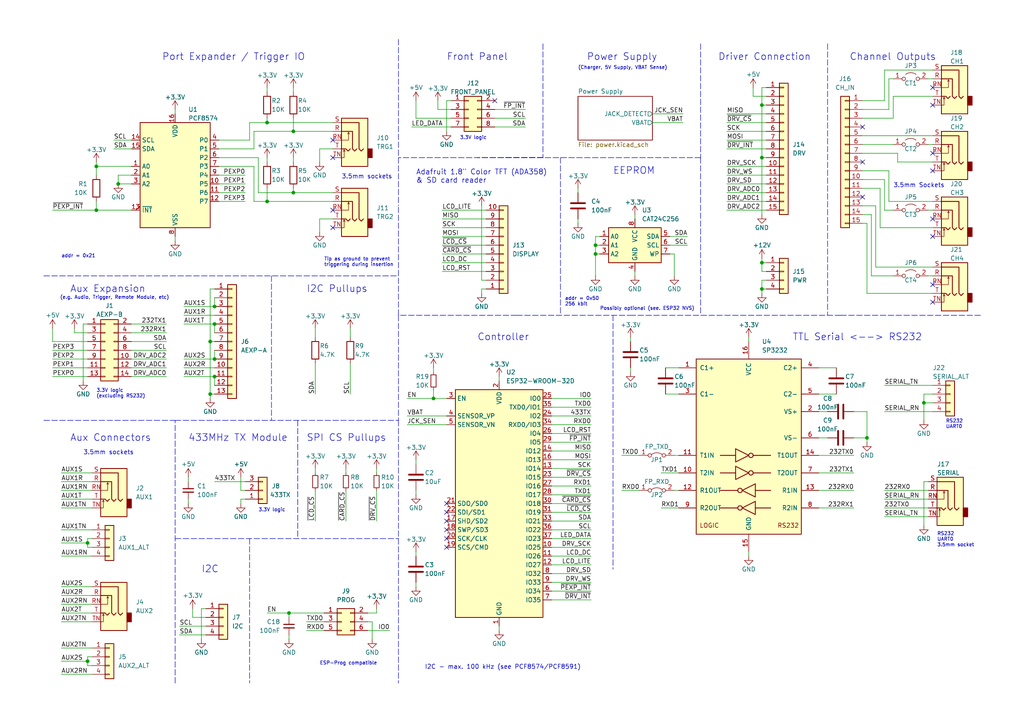
<source format=kicad_sch>
(kicad_sch (version 20211123) (generator eeschema)
  (paper "A4")
  (title_block (title "SW22 - Base Board") (date "2022-12-21") (rev "2") (company "saawsm") (comment 4 "The main board of the SW22."))
  (junction (at 27.94 48.26))
  (junction (at 251.46 127))
  (junction (at 27.94 60.96))
  (junction (at 220.98 83.82))
  (junction (at 62.23 109.22))
  (junction (at 125.73 115.57))
  (junction (at 60.96 114.3))
  (junction (at 62.23 93.98))
  (junction (at 34.29 53.34))
  (junction (at 25.4 157.48))
  (junction (at 83.82 177.8))
  (junction (at 220.98 45.72))
  (junction (at 25.4 191.77))
  (junction (at 77.47 35.56))
  (junction (at 77.47 58.42))
  (junction (at 172.72 71.12))
  (junction (at 62.23 88.9))
  (junction (at 220.98 30.48))
  (junction (at 85.09 38.1))
  (junction (at 267.97 116.84))
  (junction (at 62.23 104.14))
  (junction (at 60.96 99.06))
  (junction (at 220.98 76.2))
  (junction (at 172.72 73.66))
  (junction (at 85.09 55.88))
  (no_connect (at 129.54 158.75))
  (no_connect (at 270.51 25.4))
  (no_connect (at 143.51 29.21))
  (no_connect (at 270.51 87.63))
  (no_connect (at 270.51 49.53))
  (no_connect (at 270.51 63.5))
  (no_connect (at 270.51 44.45))
  (no_connect (at 129.54 146.05))
  (no_connect (at 270.51 68.58))
  (no_connect (at 96.52 45.72))
  (no_connect (at 96.52 40.64))
  (no_connect (at 96.52 60.96))
  (no_connect (at 96.52 66.04))
  (no_connect (at 270.51 30.48))
  (no_connect (at 250.19 57.15))
  (no_connect (at 250.19 36.83))
  (no_connect (at 250.19 46.99))
  (no_connect (at 270.51 82.55))
  (no_connect (at 129.54 156.21))
  (no_connect (at 129.54 153.67))
  (no_connect (at 129.54 151.13))
  (no_connect (at 129.54 148.59))
  (wire (pts (xy 220.98 30.48) (xy 222.25 30.48)))
  (wire (pts (xy 256.54 60.96) (xy 259.08 60.96)))
  (wire (pts (xy 17.78 161.29) (xy 26.67 161.29)))
  (wire (pts (xy 60.96 83.82) (xy 60.96 99.06)))
  (wire (pts (xy 107.95 180.34) (xy 106.68 180.34)))
  (wire (pts (xy 139.7 59.69) (xy 139.7 81.28)))
  (wire (pts (xy 125.73 113.03) (xy 125.73 115.57)))
  (wire (pts (xy 184.15 62.23) (xy 184.15 63.5)))
  (wire (pts (xy 85.09 46.99) (xy 85.09 45.72)))
  (polyline (pts (xy 50.8 121.92) (xy 115.57 121.92)))
  (wire (pts (xy 62.23 86.36) (xy 62.23 88.9)))
  (wire (pts (xy 160.02 123.19) (xy 171.45 123.19)))
  (wire (pts (xy 63.5 55.88) (xy 71.12 55.88)))
  (wire (pts (xy 27.94 48.26) (xy 38.1 48.26)))
  (wire (pts (xy 27.94 48.26) (xy 27.94 46.99)))
  (wire (pts (xy 109.22 176.53) (xy 109.22 177.8)))
  (wire (pts (xy 125.73 106.68) (xy 125.73 107.95)))
  (wire (pts (xy 52.07 184.15) (xy 59.69 184.15)))
  (wire (pts (xy 256.54 144.78) (xy 269.24 144.78)))
  (wire (pts (xy 127 29.21) (xy 127 31.75)))
  (wire (pts (xy 260.35 46.99) (xy 260.35 44.45)))
  (wire (pts (xy 220.98 81.28) (xy 220.98 83.82)))
  (wire (pts (xy 267.97 116.84) (xy 267.97 121.92)))
  (wire (pts (xy 15.24 60.96) (xy 27.94 60.96)))
  (wire (pts (xy 17.78 191.77) (xy 25.4 191.77)))
  (wire (pts (xy 237.49 114.3) (xy 242.57 114.3)))
  (wire (pts (xy 257.81 31.75) (xy 257.81 22.86)))
  (wire (pts (xy 237.49 142.24) (xy 247.65 142.24)))
  (wire (pts (xy 38.1 96.52) (xy 48.26 96.52)))
  (wire (pts (xy 250.19 31.75) (xy 257.81 31.75)))
  (wire (pts (xy 222.25 40.64) (xy 210.82 40.64)))
  (wire (pts (xy 53.34 104.14) (xy 62.23 104.14)))
  (wire (pts (xy 256.54 60.96) (xy 256.54 52.07)))
  (wire (pts (xy 129.54 38.1) (xy 129.54 29.21)))
  (wire (pts (xy 250.19 59.69) (xy 254 59.69)))
  (wire (pts (xy 128.27 73.66) (xy 140.97 73.66)))
  (polyline (pts (xy 157.48 45.72) (xy 138.43 45.72)))
  (wire (pts (xy 195.58 73.66) (xy 195.58 80.01)))
  (wire (pts (xy 62.23 101.6) (xy 62.23 104.14)))
  (wire (pts (xy 267.97 139.7) (xy 269.24 139.7)))
  (wire (pts (xy 26.67 187.96) (xy 17.78 187.96)))
  (wire (pts (xy 267.97 114.3) (xy 267.97 116.84)))
  (wire (pts (xy 220.98 83.82) (xy 220.98 85.09)))
  (wire (pts (xy 194.31 73.66) (xy 195.58 73.66)))
  (wire (pts (xy 267.97 152.4) (xy 267.97 139.7)))
  (wire (pts (xy 252.73 80.01) (xy 259.08 80.01)))
  (wire (pts (xy 26.67 180.34) (xy 17.78 180.34)))
  (wire (pts (xy 182.88 106.68) (xy 182.88 107.95)))
  (wire (pts (xy 129.54 123.19) (xy 118.11 123.19)))
  (wire (pts (xy 25.4 156.21) (xy 26.67 156.21)))
  (wire (pts (xy 265.43 228.6) (xy 265.43 227.33)))
  (wire (pts (xy 85.09 34.29) (xy 85.09 38.1)))
  (wire (pts (xy 15.24 106.68) (xy 25.4 106.68)))
  (wire (pts (xy 72.39 40.64) (xy 72.39 35.56)))
  (wire (pts (xy 160.02 163.83) (xy 171.45 163.83)))
  (wire (pts (xy 17.78 147.32) (xy 26.67 147.32)))
  (wire (pts (xy 93.98 182.88) (xy 88.9 182.88)))
  (wire (pts (xy 172.72 71.12) (xy 172.72 68.58)))
  (wire (pts (xy 15.24 104.14) (xy 25.4 104.14)))
  (polyline (pts (xy 203.2 45.72) (xy 203.2 91.44)))
  (wire (pts (xy 139.7 85.09) (xy 139.7 83.82)))
  (wire (pts (xy 247.65 127) (xy 251.46 127)))
  (wire (pts (xy 92.71 43.18) (xy 92.71 46.99)))
  (wire (pts (xy 172.72 80.01) (xy 172.72 73.66)))
  (polyline (pts (xy 243.84 91.44) (xy 182.88 91.44)))
  (wire (pts (xy 24.13 93.98) (xy 25.4 93.98)))
  (wire (pts (xy 220.98 76.2) (xy 220.98 78.74)))
  (wire (pts (xy 222.25 48.26) (xy 210.82 48.26)))
  (wire (pts (xy 128.27 71.12) (xy 140.97 71.12)))
  (wire (pts (xy 191.77 147.32) (xy 196.85 147.32)))
  (wire (pts (xy 27.94 58.42) (xy 27.94 60.96)))
  (wire (pts (xy 17.78 170.18) (xy 26.67 170.18)))
  (wire (pts (xy 143.51 31.75) (xy 152.4 31.75)))
  (wire (pts (xy 53.34 106.68) (xy 62.23 106.68)))
  (wire (pts (xy 220.98 30.48) (xy 220.98 25.4)))
  (wire (pts (xy 167.64 54.61) (xy 167.64 55.88)))
  (wire (pts (xy 267.97 114.3) (xy 270.51 114.3)))
  (wire (pts (xy 91.44 105.41) (xy 91.44 114.3)))
  (wire (pts (xy 171.45 135.89) (xy 160.02 135.89)))
  (wire (pts (xy 17.78 157.48) (xy 25.4 157.48)))
  (wire (pts (xy 128.27 76.2) (xy 140.97 76.2)))
  (wire (pts (xy 218.44 27.94) (xy 222.25 27.94)))
  (wire (pts (xy 270.51 46.99) (xy 260.35 46.99)))
  (wire (pts (xy 15.24 101.6) (xy 25.4 101.6)))
  (wire (pts (xy 62.23 93.98) (xy 62.23 96.52)))
  (wire (pts (xy 120.65 142.24) (xy 120.65 143.51)))
  (polyline (pts (xy 203.2 12.7) (xy 203.2 45.72)))
  (wire (pts (xy 254 77.47) (xy 270.51 77.47)))
  (wire (pts (xy 222.25 55.88) (xy 210.82 55.88)))
  (wire (pts (xy 83.82 179.07) (xy 83.82 177.8)))
  (wire (pts (xy 63.5 40.64) (xy 72.39 40.64)))
  (wire (pts (xy 17.78 137.16) (xy 26.67 137.16)))
  (wire (pts (xy 62.23 93.98) (xy 53.34 93.98)))
  (wire (pts (xy 171.45 133.35) (xy 160.02 133.35)))
  (wire (pts (xy 250.19 41.91) (xy 259.08 41.91)))
  (wire (pts (xy 220.98 45.72) (xy 220.98 30.48)))
  (wire (pts (xy 48.26 99.06) (xy 38.1 99.06)))
  (wire (pts (xy 96.52 43.18) (xy 92.71 43.18)))
  (wire (pts (xy 15.24 99.06) (xy 25.4 99.06)))
  (polyline (pts (xy 115.57 11.43) (xy 115.57 59.69)))
  (wire (pts (xy 52.07 181.61) (xy 59.69 181.61)))
  (wire (pts (xy 171.45 120.65) (xy 160.02 120.65)))
  (wire (pts (xy 48.26 101.6) (xy 38.1 101.6)))
  (wire (pts (xy 182.88 97.79) (xy 182.88 99.06)))
  (wire (pts (xy 55.88 176.53) (xy 55.88 179.07)))
  (wire (pts (xy 92.71 63.5) (xy 92.71 67.31)))
  (polyline (pts (xy 78.74 80.01) (xy 78.74 121.92)))
  (wire (pts (xy 222.25 58.42) (xy 210.82 58.42)))
  (wire (pts (xy 53.34 88.9) (xy 62.23 88.9)))
  (wire (pts (xy 62.23 109.22) (xy 53.34 109.22)))
  (wire (pts (xy 160.02 115.57) (xy 171.45 115.57)))
  (wire (pts (xy 222.25 38.1) (xy 210.82 38.1)))
  (wire (pts (xy 72.39 35.56) (xy 77.47 35.56)))
  (wire (pts (xy 251.46 119.38) (xy 251.46 127)))
  (wire (pts (xy 62.23 91.44) (xy 53.34 91.44)))
  (wire (pts (xy 172.72 73.66) (xy 172.72 71.12)))
  (wire (pts (xy 270.51 27.94) (xy 259.08 27.94)))
  (wire (pts (xy 21.59 96.52) (xy 25.4 96.52)))
  (wire (pts (xy 160.02 161.29) (xy 171.45 161.29)))
  (wire (pts (xy 26.67 193.04) (xy 25.4 193.04)))
  (wire (pts (xy 257.81 22.86) (xy 259.08 22.86)))
  (wire (pts (xy 60.96 114.3) (xy 62.23 114.3)))
  (wire (pts (xy 269.24 80.01) (xy 270.51 80.01)))
  (polyline (pts (xy 177.8 91.44) (xy 177.8 165.1)))
  (wire (pts (xy 237.49 132.08) (xy 247.65 132.08)))
  (wire (pts (xy 17.78 142.24) (xy 26.67 142.24)))
  (wire (pts (xy 50.8 31.75) (xy 50.8 33.02)))
  (wire (pts (xy 25.4 190.5) (xy 26.67 190.5)))
  (wire (pts (xy 256.54 142.24) (xy 269.24 142.24)))
  (wire (pts (xy 256.54 147.32) (xy 269.24 147.32)))
  (wire (pts (xy 217.17 160.02) (xy 217.17 161.29)))
  (wire (pts (xy 252.73 80.01) (xy 252.73 62.23)))
  (wire (pts (xy 222.25 53.34) (xy 210.82 53.34)))
  (wire (pts (xy 199.39 71.12) (xy 194.31 71.12)))
  (wire (pts (xy 25.4 156.21) (xy 25.4 157.48)))
  (wire (pts (xy 38.1 50.8) (xy 34.29 50.8)))
  (wire (pts (xy 85.09 54.61) (xy 85.09 55.88)))
  (wire (pts (xy 250.19 39.37) (xy 270.51 39.37)))
  (wire (pts (xy 256.54 52.07) (xy 250.19 52.07)))
  (wire (pts (xy 250.19 29.21) (xy 256.54 29.21)))
  (wire (pts (xy 250.19 44.45) (xy 260.35 44.45)))
  (wire (pts (xy 63.5 48.26) (xy 73.66 48.26)))
  (polyline (pts (xy 12.7 80.01) (xy 115.57 80.01)))
  (wire (pts (xy 60.96 114.3) (xy 60.96 115.57)))
  (wire (pts (xy 128.27 60.96) (xy 140.97 60.96)))
  (wire (pts (xy 118.11 115.57) (xy 125.73 115.57)))
  (wire (pts (xy 259.08 34.29) (xy 250.19 34.29)))
  (wire (pts (xy 144.78 109.22) (xy 144.78 110.49)))
  (polyline (pts (xy 149.86 91.44) (xy 182.88 91.44)))
  (wire (pts (xy 160.02 118.11) (xy 171.45 118.11)))
  (wire (pts (xy 91.44 142.24) (xy 91.44 151.13)))
  (wire (pts (xy 256.54 29.21) (xy 256.54 20.32)))
  (wire (pts (xy 17.78 172.72) (xy 26.67 172.72)))
  (wire (pts (xy 17.78 153.67) (xy 26.67 153.67)))
  (wire (pts (xy 62.23 139.7) (xy 71.12 139.7)))
  (wire (pts (xy 101.6 105.41) (xy 101.6 114.3)))
  (wire (pts (xy 237.49 127) (xy 240.03 127)))
  (wire (pts (xy 160.02 130.81) (xy 171.45 130.81)))
  (wire (pts (xy 25.4 158.75) (xy 26.67 158.75)))
  (wire (pts (xy 60.96 99.06) (xy 62.23 99.06)))
  (wire (pts (xy 15.24 95.25) (xy 15.24 99.06)))
  (wire (pts (xy 69.85 142.24) (xy 71.12 142.24)))
  (polyline (pts (xy 157.48 12.7) (xy 157.48 45.72)))
  (wire (pts (xy 63.5 53.34) (xy 71.12 53.34)))
  (wire (pts (xy 74.93 45.72) (xy 74.93 55.88)))
  (wire (pts (xy 218.44 25.4) (xy 218.44 27.94)))
  (wire (pts (xy 106.68 182.88) (xy 113.03 182.88)))
  (wire (pts (xy 26.67 177.8) (xy 17.78 177.8)))
  (wire (pts (xy 254 59.69) (xy 254 77.47)))
  (wire (pts (xy 220.98 78.74) (xy 222.25 78.74)))
  (wire (pts (xy 220.98 76.2) (xy 222.25 76.2)))
  (wire (pts (xy 74.93 55.88) (xy 85.09 55.88)))
  (wire (pts (xy 222.25 81.28) (xy 220.98 81.28)))
  (wire (pts (xy 128.27 66.04) (xy 140.97 66.04)))
  (wire (pts (xy 250.19 54.61) (xy 255.27 54.61)))
  (wire (pts (xy 257.81 58.42) (xy 270.51 58.42)))
  (wire (pts (xy 100.33 142.24) (xy 100.33 151.13)))
  (wire (pts (xy 172.72 71.12) (xy 173.99 71.12)))
  (wire (pts (xy 129.54 120.65) (xy 118.11 120.65)))
  (polyline (pts (xy 115.57 91.44) (xy 115.57 121.92)))
  (wire (pts (xy 251.46 85.09) (xy 270.51 85.09)))
  (wire (pts (xy 160.02 140.97) (xy 171.45 140.97)))
  (wire (pts (xy 27.94 50.8) (xy 27.94 48.26)))
  (wire (pts (xy 160.02 173.99) (xy 171.45 173.99)))
  (wire (pts (xy 256.54 149.86) (xy 269.24 149.86)))
  (wire (pts (xy 193.04 114.3) (xy 196.85 114.3)))
  (wire (pts (xy 93.98 180.34) (xy 88.9 180.34)))
  (wire (pts (xy 139.7 81.28) (xy 140.97 81.28)))
  (wire (pts (xy 128.27 78.74) (xy 140.97 78.74)))
  (wire (pts (xy 189.23 33.02) (xy 198.12 33.02)))
  (wire (pts (xy 109.22 137.16) (xy 109.22 135.89)))
  (wire (pts (xy 265.43 219.71) (xy 265.43 220.98)))
  (wire (pts (xy 25.4 157.48) (xy 25.4 158.75)))
  (wire (pts (xy 73.66 38.1) (xy 85.09 38.1)))
  (polyline (pts (xy 50.8 156.21) (xy 115.57 156.21)))
  (wire (pts (xy 27.94 60.96) (xy 38.1 60.96)))
  (wire (pts (xy 54.61 144.78) (xy 54.61 146.05)))
  (wire (pts (xy 127 31.75) (xy 130.81 31.75)))
  (wire (pts (xy 25.4 191.77) (xy 25.4 193.04)))
  (wire (pts (xy 62.23 109.22) (xy 62.23 111.76)))
  (wire (pts (xy 220.98 25.4) (xy 222.25 25.4)))
  (wire (pts (xy 237.49 106.68) (xy 242.57 106.68)))
  (wire (pts (xy 34.29 50.8) (xy 34.29 53.34)))
  (wire (pts (xy 160.02 146.05) (xy 171.45 146.05)))
  (wire (pts (xy 101.6 97.79) (xy 101.6 95.25)))
  (wire (pts (xy 58.42 176.53) (xy 58.42 185.42)))
  (wire (pts (xy 292.1 228.6) (xy 292.1 227.33)))
  (polyline (pts (xy 203.2 45.72) (xy 157.48 45.72)))
  (wire (pts (xy 237.49 147.32) (xy 247.65 147.32)))
  (wire (pts (xy 128.27 63.5) (xy 140.97 63.5)))
  (wire (pts (xy 255.27 54.61) (xy 255.27 66.04)))
  (wire (pts (xy 125.73 115.57) (xy 129.54 115.57)))
  (wire (pts (xy 38.1 106.68) (xy 48.26 106.68)))
  (wire (pts (xy 69.85 144.78) (xy 71.12 144.78)))
  (wire (pts (xy 171.45 151.13) (xy 160.02 151.13)))
  (wire (pts (xy 85.09 38.1) (xy 96.52 38.1)))
  (wire (pts (xy 128.27 68.58) (xy 140.97 68.58)))
  (wire (pts (xy 96.52 63.5) (xy 92.71 63.5)))
  (wire (pts (xy 60.96 99.06) (xy 60.96 114.3)))
  (wire (pts (xy 109.22 142.24) (xy 109.22 151.13)))
  (wire (pts (xy 34.29 53.34) (xy 38.1 53.34)))
  (wire (pts (xy 292.1 227.33) (xy 287.02 227.33)))
  (wire (pts (xy 259.08 27.94) (xy 259.08 34.29)))
  (wire (pts (xy 199.39 68.58) (xy 194.31 68.58)))
  (polyline (pts (xy 115.57 91.44) (xy 115.57 59.69)))
  (wire (pts (xy 77.47 35.56) (xy 96.52 35.56)))
  (wire (pts (xy 222.25 60.96) (xy 210.82 60.96)))
  (wire (pts (xy 100.33 137.16) (xy 100.33 135.89)))
  (wire (pts (xy 160.02 138.43) (xy 171.45 138.43)))
  (wire (pts (xy 69.85 138.43) (xy 69.85 142.24)))
  (wire (pts (xy 33.02 40.64) (xy 38.1 40.64)))
  (polyline (pts (xy 115.57 121.92) (xy 115.57 198.12)))
  (wire (pts (xy 25.4 190.5) (xy 25.4 191.77)))
  (wire (pts (xy 77.47 34.29) (xy 77.47 35.56)))
  (wire (pts (xy 269.24 60.96) (xy 270.51 60.96)))
  (wire (pts (xy 63.5 50.8) (xy 71.12 50.8)))
  (wire (pts (xy 73.66 38.1) (xy 73.66 43.18)))
  (wire (pts (xy 172.72 73.66) (xy 173.99 73.66)))
  (wire (pts (xy 91.44 97.79) (xy 91.44 95.25)))
  (polyline (pts (xy 162.56 45.72) (xy 162.56 91.44)))
  (wire (pts (xy 26.67 139.7) (xy 17.78 139.7)))
  (polyline (pts (xy 157.48 45.72) (xy 115.57 45.72)))
  (wire (pts (xy 107.95 185.42) (xy 107.95 180.34)))
  (wire (pts (xy 255.27 66.04) (xy 270.51 66.04)))
  (wire (pts (xy 120.65 160.02) (xy 120.65 161.29)))
  (wire (pts (xy 222.25 50.8) (xy 210.82 50.8)))
  (wire (pts (xy 85.09 55.88) (xy 96.52 55.88)))
  (wire (pts (xy 26.67 175.26) (xy 17.78 175.26)))
  (wire (pts (xy 54.61 138.43) (xy 54.61 139.7)))
  (wire (pts (xy 38.1 109.22) (xy 48.26 109.22)))
  (wire (pts (xy 152.4 34.29) (xy 143.51 34.29)))
  (wire (pts (xy 119.38 36.83) (xy 130.81 36.83)))
  (wire (pts (xy 171.45 148.59) (xy 160.02 148.59)))
  (polyline (pts (xy 72.39 156.21) (xy 72.39 198.12)))
  (wire (pts (xy 257.81 49.53) (xy 257.81 58.42)))
  (wire (pts (xy 130.81 29.21) (xy 129.54 29.21)))
  (wire (pts (xy 195.58 142.24) (xy 196.85 142.24)))
  (wire (pts (xy 247.65 119.38) (xy 251.46 119.38)))
  (wire (pts (xy 251.46 128.27) (xy 251.46 127)))
  (wire (pts (xy 160.02 143.51) (xy 171.45 143.51)))
  (wire (pts (xy 63.5 58.42) (xy 71.12 58.42)))
  (wire (pts (xy 120.65 34.29) (xy 130.81 34.29)))
  (polyline (pts (xy 157.48 45.72) (xy 146.05 45.72)))
  (wire (pts (xy 77.47 54.61) (xy 77.47 58.42)))
  (wire (pts (xy 256.54 119.38) (xy 270.51 119.38)))
  (wire (pts (xy 77.47 58.42) (xy 96.52 58.42)))
  (wire (pts (xy 21.59 95.25) (xy 21.59 96.52)))
  (wire (pts (xy 210.82 35.56) (xy 222.25 35.56)))
  (wire (pts (xy 55.88 179.07) (xy 59.69 179.07)))
  (wire (pts (xy 196.85 137.16) (xy 191.77 137.16)))
  (wire (pts (xy 237.49 137.16) (xy 247.65 137.16)))
  (wire (pts (xy 69.85 144.78) (xy 69.85 146.05)))
  (wire (pts (xy 195.58 132.08) (xy 196.85 132.08)))
  (wire (pts (xy 171.45 125.73) (xy 160.02 125.73)))
  (wire (pts (xy 269.24 41.91) (xy 270.51 41.91)))
  (wire (pts (xy 222.25 33.02) (xy 210.82 33.02)))
  (wire (pts (xy 38.1 93.98) (xy 48.26 93.98)))
  (wire (pts (xy 265.43 220.98) (xy 260.35 220.98)))
  (wire (pts (xy 73.66 58.42) (xy 77.47 58.42)))
  (wire (pts (xy 60.96 83.82) (xy 62.23 83.82)))
  (wire (pts (xy 83.82 184.15) (xy 83.82 185.42)))
  (polyline (pts (xy 50.8 198.12) (xy 50.8 121.92)))
  (wire (pts (xy 50.8 68.58) (xy 50.8 69.85)))
  (wire (pts (xy 77.47 25.4) (xy 77.47 26.67)))
  (wire (pts (xy 160.02 128.27) (xy 171.45 128.27)))
  (wire (pts (xy 85.09 25.4) (xy 85.09 26.67)))
  (wire (pts (xy 287.02 220.98) (xy 292.1 220.98)))
  (wire (pts (xy 24.13 93.98) (xy 24.13 110.49)))
  (wire (pts (xy 120.65 168.91) (xy 120.65 170.18)))
  (wire (pts (xy 63.5 43.18) (xy 73.66 43.18)))
  (wire (pts (xy 58.42 176.53) (xy 59.69 176.53)))
  (wire (pts (xy 26.67 144.78) (xy 17.78 144.78)))
  (wire (pts (xy 160.02 168.91) (xy 171.45 168.91)))
  (wire (pts (xy 83.82 177.8) (xy 93.98 177.8)))
  (wire (pts (xy 256.54 111.76) (xy 270.51 111.76)))
  (wire (pts (xy 15.24 109.22) (xy 25.4 109.22)))
  (wire (pts (xy 77.47 45.72) (xy 77.47 46.99)))
  (wire (pts (xy 171.45 156.21) (xy 160.02 156.21)))
  (wire (pts (xy 120.65 29.21) (xy 120.65 34.29)))
  (wire (pts (xy 217.17 97.79) (xy 217.17 99.06)))
  (wire (pts (xy 33.02 43.18) (xy 38.1 43.18)))
  (wire (pts (xy 220.98 74.93) (xy 220.98 76.2)))
  (wire (pts (xy 152.4 36.83) (xy 143.51 36.83)))
  (wire (pts (xy 292.1 220.98) (xy 292.1 219.71)))
  (wire (pts (xy 172.72 68.58) (xy 173.99 68.58)))
  (wire (pts (xy 250.19 49.53) (xy 257.81 49.53)))
  (polyline (pts (xy 12.7 121.92) (xy 50.8 121.92)))
  (wire (pts (xy 237.49 119.38) (xy 240.03 119.38)))
  (wire (pts (xy 91.44 137.16) (xy 91.44 135.89)))
  (wire (pts (xy 160.02 158.75) (xy 171.45 158.75)))
  (polyline (pts (xy 243.84 91.44) (xy 284.48 91.44)))
  (wire (pts (xy 160.02 166.37) (xy 171.45 166.37)))
  (wire (pts (xy 220.98 62.23) (xy 220.98 45.72)))
  (wire (pts (xy 38.1 104.14) (xy 48.26 104.14)))
  (wire (pts (xy 250.19 64.77) (xy 251.46 64.77)))
  (polyline (pts (xy 86.36 121.92) (xy 86.36 156.21)))
  (wire (pts (xy 184.15 78.74) (xy 184.15 80.01)))
  (polyline (pts (xy 149.86 91.44) (xy 115.57 91.44)))
  (wire (pts (xy 139.7 83.82) (xy 140.97 83.82)))
  (wire (pts (xy 193.04 106.68) (xy 196.85 106.68)))
  (wire (pts (xy 106.68 177.8) (xy 109.22 177.8)))
  (wire (pts (xy 63.5 45.72) (xy 74.93 45.72)))
  (wire (pts (xy 171.45 171.45) (xy 160.02 171.45)))
  (polyline (pts (xy 240.03 12.7) (xy 240.03 91.44)))
  (wire (pts (xy 251.46 64.77) (xy 251.46 85.09)))
  (wire (pts (xy 171.45 153.67) (xy 160.02 153.67)))
  (wire (pts (xy 120.65 133.35) (xy 120.65 134.62)))
  (wire (pts (xy 77.47 177.8) (xy 83.82 177.8)))
  (wire (pts (xy 180.34 132.08) (xy 185.42 132.08)))
  (wire (pts (xy 260.35 228.6) (xy 265.43 228.6)))
  (wire (pts (xy 26.67 195.58) (xy 17.78 195.58)))
  (wire (pts (xy 269.24 22.86) (xy 270.51 22.86)))
  (wire (pts (xy 189.23 35.56) (xy 198.12 35.56)))
  (wire (pts (xy 252.73 62.23) (xy 250.19 62.23)))
  (wire (pts (xy 210.82 43.18) (xy 222.25 43.18)))
  (wire (pts (xy 267.97 116.84) (xy 270.51 116.84)))
  (wire (pts (xy 167.64 63.5) (xy 167.64 64.77)))
  (wire (pts (xy 220.98 83.82) (xy 222.25 83.82)))
  (wire (pts (xy 180.34 142.24) (xy 185.42 142.24)))
  (wire (pts (xy 220.98 45.72) (xy 222.25 45.72)))
  (wire (pts (xy 256.54 20.32) (xy 270.51 20.32)))
  (wire (pts (xy 73.66 48.26) (xy 73.66 58.42)))
  (wire (pts (xy 144.78 181.61) (xy 144.78 182.88)))
  (text "EEPROM" (at 177.8 50.8 0) (effects (font (size 2 2)) (justify left bottom)))
  (text "addr = 0x21" (at 17.78 74.93 0) (effects (font (size 1 1)) (justify left bottom)))
  (text "Adafruit 1.8\" Color TFT (ADA358) \n& SD card reader" (at 120.65 53.34 0) (effects (font (size 1.5 1.5)) (justify left bottom)))
  (text "433MHz TX Module" (at 54.61 128.27 0) (effects (font (size 2 2)) (justify left bottom)))
  (text "I2C" (at 58.42 166.37 0) (effects (font (size 2 2)) (justify left bottom)))
  (text "(e.g. Audio, Trigger, Remote Module, etc)" (at 17.387 86.974 0) (effects (font (size 1 1)) (justify left bottom)))
  (text "Aux Connectors" (at 20.32 128.27 0) (effects (font (size 2 2)) (justify left bottom)))
  (text "3.3V logic\n(excluding RS232)" (at 27.94 115.57 0) (effects (font (size 1 1)) (justify left bottom)))
  (text "Tip as ground to prevent\ntriggering during insertion" (at 93.98 77.47 0) (effects (font (size 1 1)) (justify left bottom)))
  (text "3.5mm sockets" (at 24.13 132.08 0) (effects (font (size 1.27 1.27)) (justify left bottom)))
  (text "3.3V logic" (at 133.35 40.64 0) (effects (font (size 1 1)) (justify left bottom)))
  (text "Possibly optional (see. ESP32 NVS)" (at 173.99 90.17 0) (effects (font (size 1 1)) (justify left bottom)))
  (text "Port Expander / Trigger IO" (at 46.99 17.78 0) (effects (font (size 2 2)) (justify left bottom)))
  (text "addr = 0x50\n256 kbit" (at 163.83 88.9 0) (effects (font (size 1 1)) (justify left bottom)))
  (text "I2C Pullups" (at 88.9 85.09 0) (effects (font (size 2 2)) (justify left bottom)))
  (text "(Charger, 5V Supply, VBAT Sense)" (at 167.64 20.32 0) (effects (font (size 1 1)) (justify left bottom)))
  (text "ESP-Prog compatible" (at 92.71 193.04 0) (effects (font (size 1 1)) (justify left bottom)))
  (text "RS232\nUART0\n3.5mm socket" (at 271.78 158.75 0) (effects (font (size 1 1)) (justify left bottom)))
  (text "3.5mm Sockets" (at 259.08 54.61 0) (effects (font (size 1.27 1.27)) (justify left bottom)))
  (text "Power Supply" (at 170.18 17.78 0) (effects (font (size 2 2)) (justify left bottom)))
  (text "Driver Connection" (at 208.28 17.78 0) (effects (font (size 2 2)) (justify left bottom)))
  (text "SPI CS Pullups" (at 88.9 128.27 0) (effects (font (size 2 2)) (justify left bottom)))
  (text "I2C - max. 100 kHz (see PCF8574/PCF8591)" (at 123.19 194.31 0) (effects (font (size 1.27 1.27)) (justify left bottom)))
  (text "3.3V logic" (at 74.93 148.59 0) (effects (font (size 1 1)) (justify left bottom)))
  (text "TTL Serial <--> RS232" (at 229.87 99.06 0) (effects (font (size 2 2)) (justify left bottom)))
  (text "Channel Outputs" (at 246.38 17.78 0) (effects (font (size 2 2)) (justify left bottom)))
  (text "Aux Expansion" (at 20.32 85.09 0) (effects (font (size 2 2)) (justify left bottom)))
  (text "Controller" (at 138.43 99.06 0) (effects (font (size 2 2)) (justify left bottom)))
  (text "3.5mm sockets" (at 99.06 52.07 0) (effects (font (size 1.27 1.27)) (justify left bottom)))
  (text "Front Panel" (at 129.54 17.78 0) (effects (font (size 2 2)) (justify left bottom)))
  (text "RS232\nUART0" (at 274.32 124.46 0) (effects (font (size 1 1)) (justify left bottom)))
  (label "RXD1" (at 191.77 147.32 0))
  (label "SDA" (at 199.39 68.58 180))
  (label "VBAT" (at 118.11 120.65 0))
  (label "PEXP0" (at 15.24 109.22 0))
  (label "AUX1T" (at 17.78 144.78 0))
  (label "SCL" (at 171.45 153.67 180))
  (label "SERIAL_RN" (at 256.54 119.38 0))
  (label "AUX1S" (at 53.34 88.9 0))
  (label "~{DRV_INT}" (at 210.82 43.18 0))
  (label "RXD1" (at 171.45 140.97 180))
  (label "AUX2R" (at 17.78 172.72 0))
  (label "232RX1" (at 247.65 147.32 180))
  (label "~{DRV_CS}" (at 210.82 35.56 0))
  (label "SDA" (at 33.02 43.18 0))
  (label "MOSI" (at 171.45 133.35 180))
  (label "SCL" (at 152.4 34.29 180))
  (label "SCL" (at 52.07 181.61 0))
  (label "AUX2RN" (at 17.78 175.26 0))
  (label "SCL" (at 48.26 101.6 180))
  (label "MOSI" (at 128.27 68.58 0))
  (label "DRV_ADC1" (at 210.82 58.42 0))
  (label "~{LCD_CS}" (at 91.44 151.13 90))
  (label "DRV_ADC2" (at 48.26 104.14 180))
  (label "AUX2S" (at 17.78 170.18 0))
  (label "IO0" (at 171.45 115.57 180))
  (label "DRV_SD" (at 171.45 166.37 180))
  (label "DRV_SD" (at 210.82 53.34 0))
  (label "LED_DATA" (at 171.45 156.21 180))
  (label "SDA" (at 152.4 36.83 180))
  (label "AUX1TN" (at 17.78 147.32 0))
  (label "SCK" (at 128.27 66.04 0))
  (label "JCK_SEN" (at 198.12 33.02 180))
  (label "LCD_RST" (at 171.45 125.73 180))
  (label "DRV_ADC1" (at 48.26 106.68 180))
  (label "232TX1" (at 48.26 93.98 180))
  (label "DRV_ADC0" (at 210.82 55.88 0))
  (label "LED_DATA" (at 119.38 36.83 0))
  (label "PEXP1" (at 71.12 53.34 180))
  (label "SCL" (at 33.02 40.64 0))
  (label "SDA" (at 171.45 151.13 180))
  (label "232RX0" (at 247.65 142.24 180))
  (label "AUX2S" (at 17.78 191.77 0))
  (label "DRV_ADC0" (at 48.26 109.22 180))
  (label "VBAT" (at 198.12 35.56 180))
  (label "~{PEXP_INT}" (at 171.45 171.45 180))
  (label "PEXP0" (at 71.12 50.8 180))
  (label "AUX2TN" (at 17.78 180.34 0))
  (label "MISO" (at 128.27 63.5 0))
  (label "AUX1S" (at 17.78 157.48 0))
  (label "JCK_SEN" (at 118.11 123.19 0))
  (label "AUX2R" (at 53.34 106.68 0))
  (label "DRV_SCK" (at 210.82 48.26 0))
  (label "232RX1" (at 48.26 96.52 180))
  (label "SCL" (at 101.6 114.3 90))
  (label "RXD0" (at 88.9 182.88 0))
  (label "AUX2T" (at 17.78 177.8 0))
  (label "MISO" (at 210.82 33.02 0))
  (label "SDA" (at 52.07 184.15 0))
  (label "MOSI" (at 210.82 40.64 0))
  (label "~{DRV_INT}" (at 171.45 173.99 180))
  (label "IO0" (at 113.03 182.88 180))
  (label "AUX1R" (at 53.34 91.44 0))
  (label "LCD_DC" (at 128.27 76.2 0))
  (label "232TX1" (at 247.65 137.16 180))
  (label "~{FP_INT}" (at 152.4 31.75 180))
  (label "DRV_WS" (at 171.45 168.91 180))
  (label "TXD0" (at 180.34 132.08 0))
  (label "LCD_LITE" (at 128.27 60.96 0))
  (label "AUX1RN" (at 17.78 142.24 0))
  (label "AUX2RN" (at 17.78 195.58 0))
  (label "PEXP2" (at 15.24 104.14 0))
  (label "LCD_DC" (at 171.45 161.29 180))
  (label "PEXP2" (at 71.12 55.88 180))
  (label "232TX0" (at 247.65 132.08 180))
  (label "SERIAL_TN" (at 256.54 111.76 0))
  (label "AUX1T" (at 53.34 93.98 0))
  (label "~{LCD_CS}" (at 128.27 71.12 0))
  (label "433TX" (at 171.45 120.65 180))
  (label "~{LCD_CS}" (at 171.45 148.59 180))
  (label "SDA" (at 48.26 99.06 180))
  (label "PEXP3" (at 71.12 58.42 180))
  (label "TXD1" (at 171.45 143.51 180))
  (label "SERIAL_RN" (at 256.54 144.78 0))
  (label "AUX1S" (at 17.78 137.16 0))
  (label "PEXP1" (at 15.24 106.68 0))
  (label "433TX" (at 62.23 139.7 0))
  (label "RXD0" (at 171.45 123.19 180))
  (label "EN" (at 77.47 177.8 0))
  (label "RXD0" (at 180.34 142.24 0))
  (label "SERIAL_TN" (at 256.54 149.86 0))
  (label "~{PEXP_INT}" (at 15.24 60.96 0))
  (label "TXD0" (at 171.45 118.11 180))
  (label "LCD_RST" (at 128.27 78.74 0))
  (label "PEXP3" (at 15.24 101.6 0))
  (label "TXD0" (at 88.9 180.34 0))
  (label "AUX2S" (at 53.34 104.14 0))
  (label "~{CARD_CS}" (at 128.27 73.66 0))
  (label "AUX1RN" (at 17.78 161.29 0))
  (label "~{FP_INT}" (at 171.45 128.27 180))
  (label "~{CARD_CS}" (at 100.33 151.13 90))
  (label "AUX1TN" (at 17.78 153.67 0))
  (label "SCK" (at 210.82 38.1 0))
  (label "AUX2TN" (at 17.78 187.96 0))
  (label "AUX2T" (at 53.34 109.22 0))
  (label "TXD1" (at 191.77 137.16 0))
  (label "~{DRV_CS}" (at 171.45 138.43 180))
  (label "SDA" (at 91.44 114.3 90))
  (label "DRV_WS" (at 210.82 50.8 0))
  (label "SCK" (at 171.45 135.89 180))
  (label "SCL" (at 199.39 71.12 180))
  (label "~{CARD_CS}" (at 171.45 146.05 180))
  (label "DRV_ADC2" (at 210.82 60.96 0))
  (label "LCD_LITE" (at 171.45 163.83 180))
  (label "AUX1R" (at 17.78 139.7 0))
  (label "DRV_SCK" (at 171.45 158.75 180))
  (label "MISO" (at 171.45 130.81 180))
  (label "EN" (at 118.11 115.57 0))
  (label "232RX0" (at 256.54 142.24 0))
  (label "~{DRV_CS}" (at 109.22 151.13 90))
  (label "232TX0" (at 256.54 147.32 0))
  (symbol (lib_id "power:+3.3V") (at 50.8 31.75 0) (unit 1)
    (property "Reference" "#PWR06" (effects hide))
    (property "Value" "+3.3V" (at 50.8 28.194 0))
  )
  (symbol (lib_id "Device:R") (at 77.47 30.48 180) (unit 1)
    (property "Reference" "R2" (at 78.74 29.21 0) (effects (justify right)))
    (property "Value" "10K" (at 78.74 31.75 0) (effects (justify right)))
    (property "Footprint" "Resistor_SMD:R_0603_1608Metric" (effects hide))
    (property "MOUSER" "603-RC0603FR-0710KL" (effects hide))
    (property "MPN" "RC0603FR-0710KL" (effects hide))
    (property "LCSC" "C98220" (effects hide))
  )
  (symbol (lib_id "Connector_Generic:Conn_01x04") (at 64.77 179.07 0) (unit 1)
    (property "Reference" "J7" (at 67.31 179.0699 0) (effects (justify left)))
    (property "Value" "I2C" (at 67.31 181.6099 0) (effects (justify left)))
    (property "Footprint" "Connector_PinHeader_2.54mm:PinHeader_1x04_P2.54mm_Vertical" (effects hide))
  )
  (symbol (lib_id "Connector:AudioJack3_SwitchTR") (at 275.59 41.91 0) (mirror y) (unit 1)
    (property "Reference" "J19" (at 275.59 34.29 0) (effects (justify right)))
    (property "Value" "CH2" (at 275.59 36.83 0) (effects (justify right)))
    (property "Footprint" "SaawLib:STX-3100-5N" (effects hide))
    (property "MOUSER" "806-STX-3100-5N" (effects hide))
    (property "MPN" "STX-3100-5N" (effects hide))
  )
  (symbol (lib_id "power:GND") (at 167.64 64.77 0) (unit 1)
    (property "Reference" "#PWR040" (effects hide))
    (property "Value" "GND" (at 167.64 68.58 0))
  )
  (symbol (lib_id "Connector:AudioJack3_SwitchTR") (at 275.59 80.01 0) (mirror y) (unit 1)
    (property "Reference" "J21" (at 275.59 72.39 0) (effects (justify right)))
    (property "Value" "CH4" (at 275.59 74.93 0) (effects (justify right)))
    (property "Footprint" "SaawLib:STX-3100-5N" (effects hide))
    (property "MOUSER" "806-STX-3100-5N" (effects hide))
    (property "MPN" "STX-3100-5N" (effects hide))
  )
  (symbol (lib_id "power:+3.3V") (at 182.88 97.79 0) (unit 1)
    (property "Reference" "#PWR042" (effects hide))
    (property "Value" "+3.3V" (at 182.88 94.234 0))
  )
  (symbol (lib_id "Connector_Generic:Conn_01x15") (at 227.33 43.18 0) (unit 1)
    (property "Reference" "J14" (at 229.87 41.9099 0) (effects (justify left)))
    (property "Value" "DRV" (at 229.87 44.4499 0) (effects (justify left)))
    (property "Footprint" "Connector_PinSocket_2.54mm:PinSocket_1x15_P2.54mm_Vertical" (effects hide))
  )
  (symbol (lib_id "power:GND") (at 92.71 67.31 0) (unit 1)
    (property "Reference" "#PWR022" (effects hide))
    (property "Value" "GND" (at 92.71 71.12 0))
  )
  (symbol (lib_id "power:GND") (at 220.98 85.09 0) (mirror y) (unit 1)
    (property "Reference" "#PWR052" (effects hide))
    (property "Value" "GND" (at 220.98 88.9 0))
  )
  (symbol (lib_id "power:GND") (at 58.42 185.42 0) (unit 1)
    (property "Reference" "#PWR012" (effects hide))
    (property "Value" "GND" (at 58.42 189.23 0))
  )
  (symbol (lib_id "power:+3.3V") (at 120.65 133.35 0) (unit 1)
    (property "Reference" "#PWR029" (effects hide))
    (property "Value" "+3.3V" (at 120.65 129.794 0))
  )
  (symbol (lib_id "Connector_Generic:Conn_01x04") (at 275.59 114.3 0) (unit 1)
    (property "Reference" "J22" (at 270.51 106.68 0) (effects (justify left)))
    (property "Value" "SERIAL_ALT" (at 270.51 109.22 0) (effects (justify left)))
    (property "Footprint" "Connector_PinHeader_2.54mm:PinHeader_1x04_P2.54mm_Vertical" (effects hide))
  )
  (symbol (lib_id "power:GND") (at 60.96 115.57 0) (unit 1)
    (property "Reference" "#PWR010" (effects hide))
    (property "Value" "GND" (at 60.96 119.38 0))
  )
  (symbol (lib_id "Connector_Generic:Conn_01x04") (at 31.75 190.5 0) (unit 1)
    (property "Reference" "J5" (at 34.29 190.4999 0) (effects (justify left)))
    (property "Value" "AUX2_ALT" (at 34.29 193.0399 0) (effects (justify left)))
    (property "Footprint" "Connector_PinHeader_2.54mm:PinHeader_1x04_P2.54mm_Vertical" (effects hide))
  )
  (symbol (lib_id "Connector:AudioJack3_SwitchTR") (at 31.75 139.7 0) (mirror y) (unit 1)
    (property "Reference" "J2" (at 39.37 141.6049 0) (effects (justify right)))
    (property "Value" "AUX1" (at 39.37 144.1449 0) (effects (justify right)))
    (property "Footprint" "SaawLib:STX-3100-5N" (effects hide))
    (property "MOUSER" "806-STX-3100-5N" (effects hide))
    (property "MPN" "STX-3100-5N" (effects hide))
  )
  (symbol (lib_id "power:GND") (at 24.13 110.49 0) (unit 1)
    (property "Reference" "#PWR03" (effects hide))
    (property "Value" "GND" (at 24.13 114.3 0))
  )
  (symbol (lib_id "Connector:AudioJack3_SwitchTR") (at 275.59 22.86 0) (mirror y) (unit 1)
    (property "Reference" "J18" (at 275.59 15.24 0) (effects (justify right)))
    (property "Value" "CH1" (at 275.59 17.78 0) (effects (justify right)))
    (property "Footprint" "SaawLib:STX-3100-5N" (effects hide))
    (property "MOUSER" "806-STX-3100-5N" (effects hide))
    (property "MPN" "STX-3100-5N" (effects hide))
  )
  (symbol (lib_id "power:+3.3V") (at 217.17 97.79 0) (unit 1)
    (property "Reference" "#PWR047" (effects hide))
    (property "Value" "+3.3V" (at 217.17 94.234 0))
  )
  (symbol (lib_id "power:GND") (at 120.65 143.51 0) (mirror y) (unit 1)
    (property "Reference" "#PWR030" (effects hide))
    (property "Value" "GND" (at 120.65 147.32 0))
  )
  (symbol (lib_id "power:+3.3V") (at 127 29.21 0) (unit 1)
    (property "Reference" "#PWR033" (effects hide))
    (property "Value" "+3.3V" (at 127 25.654 0))
  )
  (symbol (lib_id "power:+3.3V") (at 184.15 62.23 0) (unit 1)
    (property "Reference" "#PWR044" (effects hide))
    (property "Value" "+3.3V" (at 184.15 58.674 0))
  )
  (symbol (lib_id "power:PWR_FLAG") (at 287.02 220.98 90) (unit 1)
    (property "Reference" "#FLG03" (effects hide))
    (property "Value" "PWR_FLAG" (at 283.21 220.9799 90) (effects (justify left)))
  )
  (symbol (lib_id "Memory_EEPROM:CAT24C256") (at 184.15 71.12 0) (unit 1)
    (property "Reference" "U3" (at 186.1694 60.96 0) (effects (justify left)))
    (property "Value" "CAT24C256" (at 186.1694 63.5 0) (effects (justify left)))
    (property "Footprint" "Package_SO:SOIC-8_3.9x4.9mm_P1.27mm" (effects hide))
    (property "Datasheet" "https://www.onsemi.cn/PowerSolutions/document/CAT24C256-D.PDF" (effects hide))
    (property "MPN" "CAT24C256WI-GT3" (effects hide))
    (property "LCSC" "C79987" (effects hide))
    (property "MOUSER" "698-CAT24C256WI-GT3" (effects hide))
  )
  (symbol (lib_id "power:+3.3V") (at 167.64 54.61 0) (unit 1)
    (property "Reference" "#PWR039" (effects hide))
    (property "Value" "+3.3V" (at 167.64 51.054 0))
  )
  (symbol (lib_id "Connector:AudioJack3_SwitchTR") (at 274.32 142.24 0) (mirror y) (unit 1)
    (property "Reference" "J17" (at 271.78 134.62 0) (effects (justify right)))
    (property "Value" "SERIAL" (at 271.78 137.16 0) (effects (justify right)))
    (property "Footprint" "SaawLib:STX-3100-5N" (effects hide))
    (property "MOUSER" "806-STX-3100-5N" (effects hide))
    (property "MPN" "STX-3100-5N" (effects hide))
  )
  (symbol (lib_id "Device:C") (at 243.84 127 270) (unit 1)
    (property "Reference" "C9" (at 240.03 121.92 90))
    (property "Value" "100nF" (at 240.03 124.46 90))
    (property "Footprint" "Capacitor_SMD:C_0603_1608Metric" (effects hide))
    (property "LCSC" "C1591" (effects hide))
    (property "MOUSER" "187-CL10B104KB8NNNC" (effects hide))
    (property "MPN" "CL10B104KB8NNNC" (effects hide))
  )
  (symbol (lib_id "Device:R") (at 77.47 50.8 180) (unit 1)
    (property "Reference" "R3" (at 78.74 49.53 0) (effects (justify right)))
    (property "Value" "10K" (at 78.74 52.07 0) (effects (justify right)))
    (property "Footprint" "Resistor_SMD:R_0603_1608Metric" (effects hide))
    (property "MOUSER" "603-RC0603FR-0710KL" (effects hide))
    (property "MPN" "RC0603FR-0710KL" (effects hide))
    (property "LCSC" "C98220" (effects hide))
  )
  (symbol (lib_id "power:+12V") (at 265.43 219.71 0) (unit 1)
    (property "Reference" "#PWR054" (effects hide))
    (property "Value" "+12V" (at 265.43 215.9 0))
  )
  (symbol (lib_id "Mechanical:MountingHole") (at 191.77 218.44 0) (unit 1) (in_bom no)
    (property "Reference" "H1" (at 194.31 218.4399 0) (effects (justify left)))
    (property "Value" "MountingHole" (effects hide))
    (property "Footprint" "MountingHole:MountingHole_2.2mm_M2" (effects hide))
  )
  (symbol (lib_id "power:PWR_FLAG") (at 287.02 227.33 90) (mirror x) (unit 1)
    (property "Reference" "#FLG04" (effects hide))
    (property "Value" "PWR_FLAG" (at 283.21 227.33 90) (effects (justify left)))
  )
  (symbol (lib_id "Device:C") (at 120.65 165.1 180) (unit 1)
    (property "Reference" "C3" (at 123.19 163.83 0) (effects (justify right)))
    (property "Value" "100nF" (at 123.19 166.37 0) (effects (justify right)))
    (property "Footprint" "Capacitor_SMD:C_0603_1608Metric" (effects hide))
    (property "LCSC" "C1591" (effects hide))
    (property "MOUSER" "187-CL10B104KB8NNNC" (effects hide))
    (property "MPN" "CL10B104KB8NNNC" (effects hide))
  )
  (symbol (lib_id "power:GND") (at 182.88 107.95 0) (unit 1)
    (property "Reference" "#PWR043" (effects hide))
    (property "Value" "GND" (at 182.88 111.76 0))
  )
  (symbol (lib_id "Mechanical:MountingHole") (at 214.63 218.44 0) (unit 1) (in_bom no)
    (property "Reference" "H4" (at 217.17 218.4399 0) (effects (justify left)))
    (property "Value" "MountingHole" (effects hide))
    (property "Footprint" "MountingHole:MountingHole_2.2mm_M2" (effects hide))
  )
  (symbol (lib_id "power:GND") (at 54.61 146.05 0) (unit 1)
    (property "Reference" "#PWR09" (effects hide))
    (property "Value" "GND" (at 54.61 149.86 0))
  )
  (symbol (lib_id "power:+3.3V") (at 125.73 106.68 0) (unit 1)
    (property "Reference" "#PWR087" (effects hide))
    (property "Value" "+3.3V" (at 125.73 103.124 0))
  )
  (symbol (lib_id "Connector_Generic:Conn_02x07_Odd_Even") (at 30.48 101.6 0) (unit 1)
    (property "Reference" "J1" (at 31.776 88.663 0))
    (property "Value" "AEXP-B" (at 31.776 91.203 0))
    (property "Footprint" "Connector_PinSocket_2.54mm:PinSocket_2x07_P2.54mm_Vertical" (effects hide))
  )
  (symbol (lib_id "power:+5V") (at 218.44 25.4 0) (unit 1)
    (property "Reference" "#PWR049" (effects hide))
    (property "Value" "+5V" (at 218.44 21.59 0))
  )
  (symbol (lib_id "Mechanical:MountingHole") (at 207.01 218.44 0) (unit 1) (in_bom no)
    (property "Reference" "H3" (at 209.55 218.4399 0) (effects (justify left)))
    (property "Value" "MountingHole" (effects hide))
    (property "Footprint" "MountingHole:MountingHole_2.2mm_M2" (effects hide))
  )
  (symbol (lib_id "power:+3.3V") (at 91.44 135.89 0) (unit 1)
    (property "Reference" "#PWR020" (effects hide))
    (property "Value" "+3.3V" (at 91.44 132.334 0))
  )
  (symbol (lib_id "power:PWR_FLAG") (at 260.35 220.98 90) (unit 1)
    (property "Reference" "#FLG01" (effects hide))
    (property "Value" "PWR_FLAG" (at 256.54 220.9799 90) (effects (justify left)))
  )
  (symbol (lib_id "power:+3.3V") (at 21.59 95.25 0) (unit 1)
    (property "Reference" "#PWR02" (effects hide))
    (property "Value" "+3.3V" (at 21.59 91.694 0))
  )
  (symbol (lib_id "power:GND") (at 139.7 85.09 0) (unit 1)
    (property "Reference" "#PWR036" (effects hide))
    (property "Value" "GND" (at 139.7 88.9 0))
  )
  (symbol (lib_id "Connector:AudioJack3_SwitchTR") (at 101.6 38.1 0) (mirror y) (unit 1)
    (property "Reference" "J10" (at 109.22 40.0049 0) (effects (justify right)))
    (property "Value" "TRG1" (at 109.22 42.5449 0) (effects (justify right)))
    (property "Footprint" "SaawLib:STX-3100-5N" (effects hide))
    (property "MOUSER" "806-STX-3100-5N" (effects hide))
    (property "MPN" "STX-3100-5N" (effects hide))
  )
  (symbol (lib_id "Device:R_Small") (at 100.33 139.7 0) (unit 1)
    (property "Reference" "R8" (at 101.6 138.43 0) (effects (justify left)))
    (property "Value" "10K" (at 101.6 140.97 0) (effects (justify left)))
    (property "Footprint" "Resistor_SMD:R_0603_1608Metric" (effects hide))
    (property "MOUSER" "603-RC0603FR-0710KL" (effects hide))
    (property "MPN" "RC0603FR-0710KL" (effects hide))
    (property "LCSC" "C98220" (effects hide))
  )
  (symbol (lib_id "power:+5V") (at 265.43 227.33 0) (unit 1)
    (property "Reference" "#PWR055" (effects hide))
    (property "Value" "+5V" (at 265.43 223.52 0))
  )
  (symbol (lib_id "power:GND") (at 144.78 182.88 0) (unit 1)
    (property "Reference" "#PWR038" (effects hide))
    (property "Value" "GND" (at 144.78 186.69 0))
  )
  (symbol (lib_id "Jumper:Jumper_2_Open") (at 264.16 41.91 0) (unit 1)
    (property "Reference" "JP4" (at 264.16 38.1 0))
    (property "Value" "CT2" (at 264.16 43.18 0))
    (property "Footprint" "Connector_PinHeader_2.54mm:PinHeader_1x02_P2.54mm_Vertical" (effects hide))
  )
  (symbol (lib_id "Device:C") (at 167.64 59.69 180) (unit 1)
    (property "Reference" "C4" (at 171.45 58.4199 0) (effects (justify right)))
    (property "Value" "100nF" (at 171.45 60.9599 0) (effects (justify right)))
    (property "Footprint" "Capacitor_SMD:C_0603_1608Metric" (effects hide))
    (property "LCSC" "C1591" (effects hide))
    (property "MOUSER" "187-CL10B104KB8NNNC" (effects hide))
    (property "MPN" "CL10B104KB8NNNC" (effects hide))
  )
  (symbol (lib_id "Device:R") (at 85.09 30.48 180) (unit 1)
    (property "Reference" "R4" (at 86.36 29.21 0) (effects (justify right)))
    (property "Value" "10K" (at 86.36 31.75 0) (effects (justify right)))
    (property "Footprint" "Resistor_SMD:R_0603_1608Metric" (effects hide))
    (property "MOUSER" "603-RC0603FR-0710KL" (effects hide))
    (property "MPN" "RC0603FR-0710KL" (effects hide))
    (property "LCSC" "C98220" (effects hide))
  )
  (symbol (lib_id "Mechanical:MountingHole") (at 199.39 218.44 0) (unit 1) (in_bom no)
    (property "Reference" "H2" (at 201.93 218.4399 0) (effects (justify left)))
    (property "Value" "MountingHole" (effects hide))
    (property "Footprint" "MountingHole:MountingHole_2.2mm_M2" (effects hide))
  )
  (symbol (lib_id "Connector:AudioJack3_SwitchTR") (at 275.59 60.96 0) (mirror y) (unit 1)
    (property "Reference" "J20" (at 275.59 53.34 0) (effects (justify right)))
    (property "Value" "CH3" (at 275.59 55.88 0) (effects (justify right)))
    (property "Footprint" "SaawLib:STX-3100-5N" (effects hide))
    (property "MOUSER" "806-STX-3100-5N" (effects hide))
    (property "MPN" "STX-3100-5N" (effects hide))
  )
  (symbol (lib_id "power:+3.3V") (at 77.47 45.72 0) (unit 1)
    (property "Reference" "#PWR016" (effects hide))
    (property "Value" "+3.3V" (at 77.47 42.164 0))
  )
  (symbol (lib_id "power:GND") (at 251.46 128.27 0) (unit 1)
    (property "Reference" "#PWR053" (effects hide))
    (property "Value" "GND" (at 251.46 132.08 0))
  )
  (symbol (lib_id "power:+5V") (at 120.65 29.21 0) (unit 1)
    (property "Reference" "#PWR028" (effects hide))
    (property "Value" "+5V" (at 120.65 25.4 0))
  )
  (symbol (lib_id "Device:R") (at 91.44 101.6 0) (unit 1)
    (property "Reference" "R6" (at 92.71 100.33 0) (effects (justify left)))
    (property "Value" "4.7K" (at 92.71 102.87 0) (effects (justify left)))
    (property "Footprint" "Resistor_SMD:R_0603_1608Metric" (effects hide))
    (property "MOUSER" "603-RC0603FR-074K7L" (effects hide))
    (property "MPN" "RC0603FR-074K7L" (effects hide))
    (property "LCSC" "C99782" (effects hide))
  )
  (symbol (lib_id "power:+5V") (at 54.61 138.43 0) (unit 1)
    (property "Reference" "#PWR08" (effects hide))
    (property "Value" "+5V" (at 54.61 134.62 0))
  )
  (symbol (lib_id "Connector:AudioJack3_SwitchTR") (at 101.6 58.42 0) (mirror y) (unit 1)
    (property "Reference" "J11" (at 109.22 60.3249 0) (effects (justify right)))
    (property "Value" "TRG2" (at 109.22 62.8649 0) (effects (justify right)))
    (property "Footprint" "SaawLib:STX-3100-5N" (effects hide))
    (property "MOUSER" "806-STX-3100-5N" (effects hide))
    (property "MPN" "STX-3100-5N" (effects hide))
  )
  (symbol (lib_id "power:GND") (at 172.72 80.01 0) (unit 1)
    (property "Reference" "#PWR041" (effects hide))
    (property "Value" "GND" (at 172.72 83.82 0))
  )
  (symbol (lib_id "power:GND") (at 267.97 152.4 0) (unit 1)
    (property "Reference" "#PWR057" (effects hide))
    (property "Value" "GND" (at 267.97 156.21 0))
  )
  (symbol (lib_id "power:+3.3V") (at 85.09 25.4 0) (unit 1)
    (property "Reference" "#PWR017" (effects hide))
    (property "Value" "+3.3V" (at 85.09 21.844 0))
  )
  (symbol (lib_id "power:GND") (at 267.97 121.92 0) (unit 1)
    (property "Reference" "#PWR056" (effects hide))
    (property "Value" "GND" (at 267.97 125.73 0))
  )
  (symbol (lib_id "power:+5V") (at 15.24 95.25 0) (unit 1)
    (property "Reference" "#PWR01" (effects hide))
    (property "Value" "+5V" (at 15.24 91.44 0))
  )
  (symbol (lib_id "Connector_Generic:Conn_01x04") (at 31.75 156.21 0) (unit 1)
    (property "Reference" "J3" (at 34.29 156.2099 0) (effects (justify left)))
    (property "Value" "AUX1_ALT" (at 34.29 158.7499 0) (effects (justify left)))
    (property "Footprint" "Connector_PinHeader_2.54mm:PinHeader_1x04_P2.54mm_Vertical" (effects hide))
  )
  (symbol (lib_id "Connector_Generic:Conn_01x10") (at 146.05 73.66 0) (mirror x) (unit 1)
    (property "Reference" "J13" (at 148.59 71.1199 0) (effects (justify left)))
    (property "Value" "DISPLAY" (at 148.59 73.6599 0) (effects (justify left)))
    (property "Footprint" "Connector_PinHeader_2.54mm:PinHeader_1x10_P2.54mm_Vertical" (effects hide))
  )
  (symbol (lib_id "Device:R_Small") (at 125.73 110.49 0) (unit 1)
    (property "Reference" "R19" (at 124.46 109.22 0) (effects (justify right)))
    (property "Value" "10K" (at 124.46 111.76 0) (effects (justify right)))
    (property "Footprint" "Resistor_SMD:R_0603_1608Metric" (effects hide))
    (property "MOUSER" "603-RC0603FR-0710KL" (effects hide))
    (property "MPN" "RC0603FR-0710KL" (effects hide))
    (property "LCSC" "C98220" (effects hide))
  )
  (symbol (lib_id "Device:C_Small") (at 54.61 142.24 0) (unit 1)
    (property "Reference" "C1" (at 57.15 140.9762 0) (effects (justify left)))
    (property "Value" "100nF" (at 57.15 143.5162 0) (effects (justify left)))
    (property "Footprint" "Capacitor_SMD:C_0603_1608Metric" (effects hide))
    (property "LCSC" "C1591" (effects hide))
    (property "MOUSER" "187-CL10B104KB8NNNC" (effects hide))
    (property "MPN" "CL10B104KB8NNNC" (effects hide))
  )
  (symbol (lib_id "power:+12V") (at 220.98 74.93 0) (unit 1)
    (property "Reference" "#PWR051" (effects hide))
    (property "Value" "+12V" (at 220.98 71.12 0))
  )
  (symbol (lib_id "Connector_Generic:Conn_01x04") (at 227.33 78.74 0) (unit 1)
    (property "Reference" "J15" (at 229.87 78.7399 0) (effects (justify left)))
    (property "Value" "PWR" (at 229.87 81.2799 0) (effects (justify left)))
    (property "Footprint" "Connector_PinSocket_2.54mm:PinSocket_1x04_P2.54mm_Vertical" (effects hide))
  )
  (symbol (lib_id "Jumper:Jumper_2_Open") (at 264.16 60.96 0) (unit 1)
    (property "Reference" "JP5" (at 264.16 57.15 0))
    (property "Value" "CT3" (at 264.16 62.23 0))
    (property "Footprint" "Connector_PinHeader_2.54mm:PinHeader_1x02_P2.54mm_Vertical" (effects hide))
  )
  (symbol (lib_id "Jumper:Jumper_2_Bridged") (at 190.5 142.24 0) (unit 1)
    (property "Reference" "JP2" (at 190.5 143.51 0))
    (property "Value" "FP_RXD" (at 190.5 139.7 0))
    (property "Footprint" "Connector_PinHeader_2.54mm:PinHeader_1x02_P2.54mm_Vertical" (effects hide))
  )
  (symbol (lib_id "power:+3.3V") (at 120.65 160.02 0) (unit 1)
    (property "Reference" "#PWR031" (effects hide))
    (property "Value" "+3.3V" (at 120.65 156.464 0))
  )
  (symbol (lib_id "power:GND") (at 220.98 62.23 0) (mirror y) (unit 1)
    (property "Reference" "#PWR050" (effects hide))
    (property "Value" "GND" (at 220.98 66.04 0))
  )
  (symbol (lib_id "Device:R_Small") (at 91.44 139.7 0) (unit 1)
    (property "Reference" "R7" (at 92.71 138.43 0) (effects (justify left)))
    (property "Value" "10K" (at 92.71 140.97 0) (effects (justify left)))
    (property "Footprint" "Resistor_SMD:R_0603_1608Metric" (effects hide))
    (property "MOUSER" "603-RC0603FR-0710KL" (effects hide))
    (property "MPN" "RC0603FR-0710KL" (effects hide))
    (property "LCSC" "C98220" (effects hide))
  )
  (symbol (lib_id "power:+3.3V") (at 85.09 45.72 0) (unit 1)
    (property "Reference" "#PWR018" (effects hide))
    (property "Value" "+3.3V" (at 85.09 42.164 0))
  )
  (symbol (lib_id "Connector_Generic:Conn_02x04_Odd_Even") (at 135.89 31.75 0) (unit 1)
    (property "Reference" "J12" (at 137.16 24.13 0))
    (property "Value" "FRONT_PANEL" (at 137.16 26.67 0))
    (property "Footprint" "Connector_IDC:IDC-Header_2x04_P2.54mm_Vertical" (effects hide))
  )
  (symbol (lib_id "power:+3.3V") (at 144.78 109.22 0) (unit 1)
    (property "Reference" "#PWR037" (effects hide))
    (property "Value" "+3.3V" (at 144.78 105.664 0))
  )
  (symbol (lib_id "power:+3.3V") (at 109.22 176.53 0) (unit 1)
    (property "Reference" "#PWR026" (effects hide))
    (property "Value" "+3.3V" (at 109.22 172.974 0))
  )
  (symbol (lib_id "Device:C") (at 182.88 102.87 180) (unit 1)
    (property "Reference" "C5" (at 185.42 101.6 0) (effects (justify right)))
    (property "Value" "100nF" (at 185.42 104.14 0) (effects (justify right)))
    (property "Footprint" "Capacitor_SMD:C_0603_1608Metric" (effects hide))
    (property "LCSC" "C1591" (effects hide))
    (property "MOUSER" "187-CL10B104KB8NNNC" (effects hide))
    (property "MPN" "CL10B104KB8NNNC" (effects hide))
  )
  (symbol (lib_id "Interface_UART:MAX232") (at 217.17 129.54 0) (unit 1)
    (property "Reference" "U4" (at 220.98 99.06 0) (effects (justify left)))
    (property "Value" "SP3232" (at 220.98 101.6 0) (effects (justify left)))
    (property "Footprint" "Package_SO:SOIC-16_3.9x9.9mm_P1.27mm" (effects hide))
    (property "Datasheet" "https://mouser.com/datasheet/2/146/sp3222e_sp3232e-1820595.pdf" (effects hide))
    (property "MPN" "SP3232EEN-L/TR" (effects hide))
    (property "LCSC" "C9378" (effects hide))
    (property "MOUSER" "701-SP3232EEN-L/TR" (effects hide))
  )
  (symbol (lib_id "Jumper:Jumper_2_Open") (at 264.16 22.86 0) (unit 1)
    (property "Reference" "JP3" (at 264.16 19.05 0))
    (property "Value" "CT1" (at 264.16 24.13 0))
    (property "Footprint" "Connector_PinHeader_2.54mm:PinHeader_1x02_P2.54mm_Vertical" (effects hide))
  )
  (symbol (lib_id "power:GND") (at 217.17 161.29 0) (unit 1)
    (property "Reference" "#PWR048" (effects hide))
    (property "Value" "GND" (at 217.17 165.1 0))
  )
  (symbol (lib_id "Device:R") (at 101.6 101.6 0) (unit 1)
    (property "Reference" "R9" (at 102.87 100.33 0) (effects (justify left)))
    (property "Value" "4.7K" (at 102.87 102.87 0) (effects (justify left)))
    (property "Footprint" "Resistor_SMD:R_0603_1608Metric" (effects hide))
    (property "MOUSER" "603-RC0603FR-074K7L" (effects hide))
    (property "MPN" "RC0603FR-074K7L" (effects hide))
    (property "LCSC" "C99782" (effects hide))
  )
  (symbol (lib_id "power:+3.3V") (at 91.44 95.25 0) (unit 1)
    (property "Reference" "#PWR019" (effects hide))
    (property "Value" "+3.3V" (at 91.44 91.694 0))
  )
  (symbol (lib_id "Connector:AudioJack3_SwitchTR") (at 31.75 172.72 0) (mirror y) (unit 1)
    (property "Reference" "J4" (at 39.37 174.6249 0) (effects (justify right)))
    (property "Value" "AUX2" (at 39.37 177.1649 0) (effects (justify right)))
    (property "Footprint" "SaawLib:STX-3100-5N" (effects hide))
    (property "MOUSER" "806-STX-3100-5N" (effects hide))
    (property "MPN" "STX-3100-5N" (effects hide))
  )
  (symbol (lib_id "power:GND") (at 69.85 146.05 0) (unit 1)
    (property "Reference" "#PWR014" (effects hide))
    (property "Value" "GND" (at 69.85 149.86 0))
  )
  (symbol (lib_id "Device:C") (at 243.84 119.38 270) (unit 1)
    (property "Reference" "C8" (at 240.03 115.57 90))
    (property "Value" "100nF" (at 240.03 118.11 90))
    (property "Footprint" "Capacitor_SMD:C_0603_1608Metric" (effects hide))
    (property "LCSC" "C1591" (effects hide))
    (property "MOUSER" "187-CL10B104KB8NNNC" (effects hide))
    (property "MPN" "CL10B104KB8NNNC" (effects hide))
  )
  (symbol (lib_id "Device:C") (at 193.04 110.49 180) (unit 1)
    (property "Reference" "C6" (at 195.58 109.22 0) (effects (justify right)))
    (property "Value" "100nF" (at 195.58 111.76 0) (effects (justify right)))
    (property "Footprint" "Capacitor_SMD:C_0603_1608Metric" (effects hide))
    (property "LCSC" "C1591" (effects hide))
    (property "MOUSER" "187-CL10B104KB8NNNC" (effects hide))
    (property "MPN" "CL10B104KB8NNNC" (effects hide))
  )
  (symbol (lib_id "Jumper:Jumper_2_Open") (at 264.16 80.01 0) (unit 1)
    (property "Reference" "JP6" (at 264.16 76.2 0))
    (property "Value" "CT4" (at 264.16 81.28 0))
    (property "Footprint" "Connector_PinHeader_2.54mm:PinHeader_1x02_P2.54mm_Vertical" (effects hide))
  )
  (symbol (lib_id "Device:C_Small") (at 83.82 181.61 0) (unit 1)
    (property "Reference" "C18" (at 81.28 180.3462 0) (effects (justify right)))
    (property "Value" "100nF" (at 81.28 182.8862 0) (effects (justify right)))
    (property "Footprint" "Capacitor_SMD:C_0603_1608Metric" (effects hide))
    (property "LCSC" "C1591" (effects hide))
    (property "MOUSER" "187-CL10B104KB8NNNC" (effects hide))
    (property "MPN" "CL10B104KB8NNNC" (effects hide))
  )
  (symbol (lib_id "power:GND") (at 120.65 170.18 0) (unit 1)
    (property "Reference" "#PWR032" (effects hide))
    (property "Value" "GND" (at 120.65 173.99 0))
  )
  (symbol (lib_id "power:+3.3V") (at 27.94 46.99 0) (unit 1)
    (property "Reference" "#PWR04" (effects hide))
    (property "Value" "+3.3V" (at 27.94 43.434 0))
  )
  (symbol (lib_id "power:GND") (at 50.8 69.85 0) (unit 1)
    (property "Reference" "#PWR07" (effects hide))
    (property "Value" "GND" (at 50.8 73.66 0))
  )
  (symbol (lib_id "power:+3.3V") (at 139.7 59.69 0) (unit 1)
    (property "Reference" "#PWR035" (effects hide))
    (property "Value" "+3.3V" (at 139.7 56.134 0))
  )
  (symbol (lib_id "power:+9V") (at 292.1 219.71 0) (unit 1)
    (property "Reference" "#PWR058" (effects hide))
    (property "Value" "+9V" (at 292.1 215.9 0))
  )
  (symbol (lib_id "power:PWR_FLAG") (at 260.35 228.6 90) (unit 1)
    (property "Reference" "#FLG02" (effects hide))
    (property "Value" "PWR_FLAG" (at 256.54 228.5999 90) (effects (justify left)))
  )
  (symbol (lib_id "Device:C") (at 120.65 138.43 0) (unit 1)
    (property "Reference" "C2" (at 123.19 137.16 0) (effects (justify left)))
    (property "Value" "10uF" (at 123.19 139.7 0) (effects (justify left)))
    (property "Footprint" "Capacitor_SMD:C_0603_1608Metric" (effects hide))
    (property "LCSC" "C96446" (effects hide))
    (property "MOUSER" "187-CL10A106MA8NRNC" (effects hide))
    (property "MPN" "CL10A106MA8NRNC" (effects hide))
  )
  (symbol (lib_id "Connector_Generic:Conn_01x13") (at 67.31 99.06 0) (unit 1)
    (property "Reference" "J6" (at 69.85 99.06 0) (effects (justify left)))
    (property "Value" "AEXP-A" (at 69.85 101.6 0) (effects (justify left)))
    (property "Footprint" "Connector_PinSocket_2.54mm:PinSocket_1x13_P2.54mm_Vertical" (effects hide))
  )
  (symbol (lib_id "power:+3.3V") (at 109.22 135.89 0) (unit 1)
    (property "Reference" "#PWR027" (effects hide))
    (property "Value" "+3.3V" (at 109.22 132.334 0))
  )
  (symbol (lib_id "power:GND") (at 107.95 185.42 0) (unit 1)
    (property "Reference" "#PWR025" (effects hide))
    (property "Value" "GND" (at 107.95 189.23 0))
  )
  (symbol (lib_id "power:GND") (at 34.29 53.34 0) (unit 1)
    (property "Reference" "#PWR05" (effects hide))
    (property "Value" "GND" (at 34.29 57.15 0))
  )
  (symbol (lib_id "Connector_Generic:Conn_01x15") (at 245.11 46.99 0) (mirror y) (unit 1)
    (property "Reference" "J16" (at 245.11 22.86 0))
    (property "Value" "CH_IN" (at 245.11 25.4 0))
    (property "Footprint" "Connector_PinSocket_2.54mm:PinSocket_1x15_P2.54mm_Vertical" (effects hide))
  )
  (symbol (lib_id "power:GND") (at 92.71 46.99 0) (unit 1)
    (property "Reference" "#PWR021" (effects hide))
    (property "Value" "GND" (at 92.71 50.8 0))
  )
  (symbol (lib_id "power:GND") (at 184.15 80.01 0) (unit 1)
    (property "Reference" "#PWR045" (effects hide))
    (property "Value" "GND" (at 184.15 83.82 0))
  )
  (symbol (lib_id "Connector_Generic:Conn_01x03") (at 76.2 142.24 0) (mirror x) (unit 1)
    (property "Reference" "J8" (at 80.01 140.97 0))
    (property "Value" "433TX" (at 81.28 143.51 0))
    (property "Footprint" "Connector_PinSocket_2.54mm:PinSocket_1x03_P2.54mm_Vertical" (effects hide))
  )
  (symbol (lib_id "power:GND") (at 83.82 185.42 0) (unit 1)
    (property "Reference" "#PWR086" (effects hide))
    (property "Value" "GND" (at 83.82 189.23 0))
  )
  (symbol (lib_id "Device:R_Small") (at 109.22 139.7 0) (unit 1)
    (property "Reference" "R10" (at 110.49 138.43 0) (effects (justify left)))
    (property "Value" "10K" (at 110.49 140.97 0) (effects (justify left)))
    (property "Footprint" "Resistor_SMD:R_0603_1608Metric" (effects hide))
    (property "MOUSER" "603-RC0603FR-0710KL" (effects hide))
    (property "MPN" "RC0603FR-0710KL" (effects hide))
    (property "LCSC" "C98220" (effects hide))
  )
  (symbol (lib_id "power:+3.3V") (at 101.6 95.25 0) (unit 1)
    (property "Reference" "#PWR024" (effects hide))
    (property "Value" "+3.3V" (at 101.6 91.694 0))
  )
  (symbol (lib_id "Interface_Expansion:PCF8574") (at 50.8 50.8 0) (unit 1)
    (property "Reference" "U1" (at 54.61 31.75 0) (effects (justify left)))
    (property "Value" "PCF8574" (at 54.61 34.29 0) (effects (justify left)))
    (property "Footprint" "Package_SO:SOIC-16W_7.5x10.3mm_P1.27mm" (effects hide))
    (property "Datasheet" "https://mouser.com/datasheet/2/302/PCF8574_PCF8574A-1127673.pdf" (effects hide))
    (property "MPN" "PCF8574T/3,512" (effects hide))
    (property "LCSC" "C1522621" (effects hide))
    (property "MOUSER" "771-PCF85T3512" (effects hide))
  )
  (symbol (lib_id "power:+3.3V") (at 55.88 176.53 0) (unit 1)
    (property "Reference" "#PWR011" (effects hide))
    (property "Value" "+3.3V" (at 55.88 172.72 0))
  )
  (symbol (lib_id "power:+5V") (at 69.85 138.43 0) (unit 1)
    (property "Reference" "#PWR013" (effects hide))
    (property "Value" "+5V" (at 69.85 134.62 0))
  )
  (symbol (lib_id "power:GND") (at 292.1 228.6 0) (mirror y) (unit 1)
    (property "Reference" "#PWR059" (effects hide))
    (property "Value" "GND" (at 292.1 232.41 0))
  )
  (symbol (lib_id "power:GND") (at 129.54 38.1 0) (mirror y) (unit 1)
    (property "Reference" "#PWR034" (effects hide))
    (property "Value" "GND" (at 129.54 41.91 0))
  )
  (symbol (lib_id "RF_Module:ESP32-WROOM-32D") (at 144.78 146.05 0) (unit 1)
    (property "Reference" "U2" (at 146.7994 107.95 0) (effects (justify left)))
    (property "Value" "ESP32-WROOM-32D" (at 146.7994 110.49 0) (effects (justify left)))
    (property "Footprint" "RF_Module:ESP32-WROOM-32" (effects hide))
    (property "Datasheet" "https://www.espressif.com/sites/default/files/documentation/esp32-wroom-32d_esp32-wroom-32u_datasheet_en.pdf" (effects hide))
    (property "MPN" "ESP32-WROOM-32D-N16" (effects hide))
    (property "MPN_ALT" "ESP32-WROOM-32E-N16" (effects hide))
  )
  (symbol (lib_id "power:GND") (at 195.58 80.01 0) (unit 1)
    (property "Reference" "#PWR046" (effects hide))
    (property "Value" "GND" (at 195.58 83.82 0))
  )
  (symbol (lib_id "Device:R") (at 85.09 50.8 180) (unit 1)
    (property "Reference" "R5" (at 86.36 49.53 0) (effects (justify right)))
    (property "Value" "10K" (at 86.36 52.07 0) (effects (justify right)))
    (property "Footprint" "Resistor_SMD:R_0603_1608Metric" (effects hide))
    (property "MOUSER" "603-RC0603FR-0710KL" (effects hide))
    (property "MPN" "RC0603FR-0710KL" (effects hide))
    (property "LCSC" "C98220" (effects hide))
  )
  (symbol (lib_id "Connector_Generic:Conn_02x03_Odd_Even") (at 99.06 180.34 0) (unit 1)
    (property "Reference" "J9" (at 100.33 171.45 0))
    (property "Value" "PROG" (at 100.33 173.99 0))
    (property "Footprint" "Connector_IDC:IDC-Header_2x03_P2.54mm_Vertical" (effects hide))
  )
  (symbol (lib_id "Jumper:Jumper_2_Bridged") (at 190.5 132.08 0) (unit 1)
    (property "Reference" "JP1" (at 190.5 133.35 0))
    (property "Value" "FP_TXD" (at 190.5 129.54 0))
    (property "Footprint" "Connector_PinHeader_2.54mm:PinHeader_1x02_P2.54mm_Vertical" (effects hide))
  )
  (symbol (lib_id "Device:C") (at 242.57 110.49 180) (unit 1)
    (property "Reference" "C7" (at 245.11 109.22 0) (effects (justify right)))
    (property "Value" "100nF" (at 245.11 111.76 0) (effects (justify right)))
    (property "Footprint" "Capacitor_SMD:C_0603_1608Metric" (effects hide))
    (property "LCSC" "C1591" (effects hide))
    (property "MOUSER" "187-CL10B104KB8NNNC" (effects hide))
    (property "MPN" "CL10B104KB8NNNC" (effects hide))
  )
  (symbol (lib_id "power:+3.3V") (at 77.47 25.4 0) (unit 1)
    (property "Reference" "#PWR015" (effects hide))
    (property "Value" "+3.3V" (at 77.47 21.844 0))
  )
  (symbol (lib_id "power:+3.3V") (at 100.33 135.89 0) (unit 1)
    (property "Reference" "#PWR023" (effects hide))
    (property "Value" "+3.3V" (at 100.33 132.334 0))
  )
  (symbol (lib_id "Device:R") (at 27.94 54.61 0) (unit 1)
    (property "Reference" "R1" (at 25.4 53.3399 0) (effects (justify right)))
    (property "Value" "10K" (at 25.4 55.8799 0) (effects (justify right)))
    (property "Footprint" "Resistor_SMD:R_0603_1608Metric" (effects hide))
    (property "MOUSER" "603-RC0603FR-0710KL" (effects hide))
    (property "MPN" "RC0603FR-0710KL" (effects hide))
    (property "LCSC" "C98220" (effects hide))
  )
  (symbol (lib_id "Mechanical:MountingHole") (at 222.25 218.44 0) (unit 1) (in_bom no)
    (property "Reference" "H5" (at 224.79 218.4399 0) (effects (justify left)))
    (property "Value" "MountingHole" (effects hide))
    (property "Footprint" "MountingHole:MountingHole_2.2mm_M2" (effects hide))
  )
  (sheet (at 167.64 27.94) (size 21.59 12.7) (stroke (width 0.1524))
    (property "Sheet name" "Power Supply" (at 167.64 27.2284 0) (effects (justify left bottom)))
    (property "Sheet file" "power.kicad_sch" (at 167.64 41.2246 0) (effects (justify left top)))
    (pin "VBAT" output (at 189.23 35.56 0))
    (pin "JACK_DETECT" output (at 189.23 33.02 0))
  )
)
</source>
